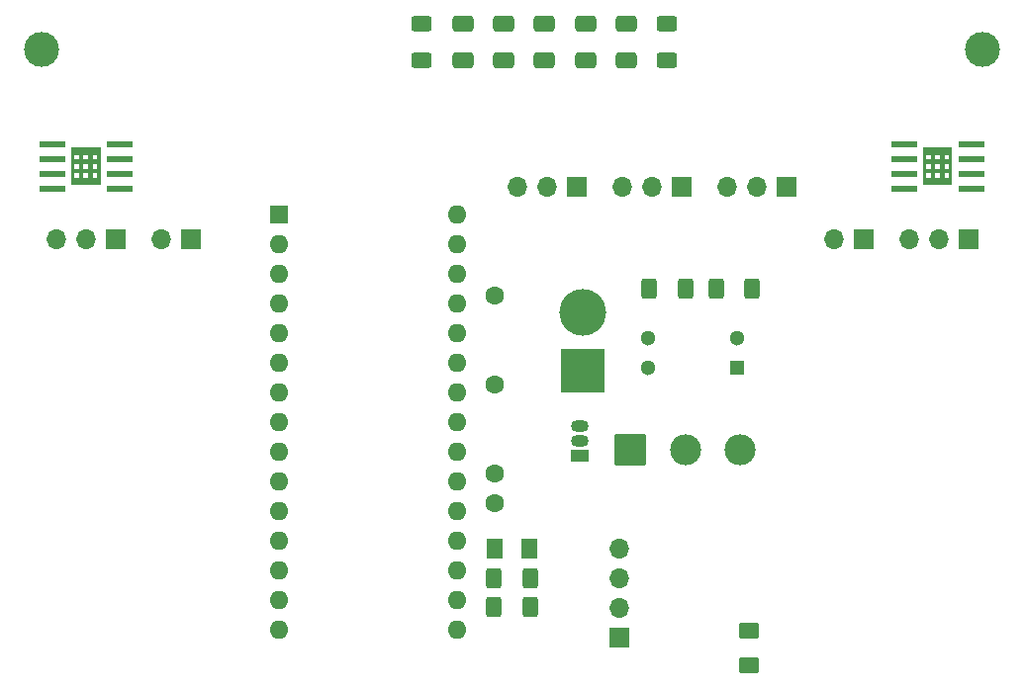
<source format=gts>
G04 #@! TF.GenerationSoftware,KiCad,Pcbnew,8.0.3*
G04 #@! TF.CreationDate,2025-05-14T17:26:27-04:00*
G04 #@! TF.ProjectId,ballsi,62616c6c-7369-42e6-9b69-6361645f7063,rev?*
G04 #@! TF.SameCoordinates,Original*
G04 #@! TF.FileFunction,Soldermask,Top*
G04 #@! TF.FilePolarity,Negative*
%FSLAX46Y46*%
G04 Gerber Fmt 4.6, Leading zero omitted, Abs format (unit mm)*
G04 Created by KiCad (PCBNEW 8.0.3) date 2025-05-14 17:26:27*
%MOMM*%
%LPD*%
G01*
G04 APERTURE LIST*
G04 Aperture macros list*
%AMRoundRect*
0 Rectangle with rounded corners*
0 $1 Rounding radius*
0 $2 $3 $4 $5 $6 $7 $8 $9 X,Y pos of 4 corners*
0 Add a 4 corners polygon primitive as box body*
4,1,4,$2,$3,$4,$5,$6,$7,$8,$9,$2,$3,0*
0 Add four circle primitives for the rounded corners*
1,1,$1+$1,$2,$3*
1,1,$1+$1,$4,$5*
1,1,$1+$1,$6,$7*
1,1,$1+$1,$8,$9*
0 Add four rect primitives between the rounded corners*
20,1,$1+$1,$2,$3,$4,$5,0*
20,1,$1+$1,$4,$5,$6,$7,0*
20,1,$1+$1,$6,$7,$8,$9,0*
20,1,$1+$1,$8,$9,$2,$3,0*%
G04 Aperture macros list end*
%ADD10C,0.000000*%
%ADD11O,1.700000X1.700000*%
%ADD12R,1.700000X1.700000*%
%ADD13C,3.000000*%
%ADD14RoundRect,0.250000X0.400000X0.625000X-0.400000X0.625000X-0.400000X-0.625000X0.400000X-0.625000X0*%
%ADD15R,1.500000X1.050000*%
%ADD16O,1.500000X1.050000*%
%ADD17RoundRect,0.250001X-0.462499X-0.624999X0.462499X-0.624999X0.462499X0.624999X-0.462499X0.624999X0*%
%ADD18RoundRect,0.250000X0.625000X-0.400000X0.625000X0.400000X-0.625000X0.400000X-0.625000X-0.400000X0*%
%ADD19RoundRect,0.250001X0.624999X-0.462499X0.624999X0.462499X-0.624999X0.462499X-0.624999X-0.462499X0*%
%ADD20C,4.000000*%
%ADD21R,3.800000X3.800000*%
%ADD22RoundRect,0.250000X0.650000X-0.412500X0.650000X0.412500X-0.650000X0.412500X-0.650000X-0.412500X0*%
%ADD23R,2.209800X0.508000*%
%ADD24C,2.654000*%
%ADD25RoundRect,0.102000X1.225000X-1.225000X1.225000X1.225000X-1.225000X1.225000X-1.225000X-1.225000X0*%
%ADD26R,1.600000X1.600000*%
%ADD27O,1.600000X1.600000*%
%ADD28C,1.300000*%
%ADD29R,1.300000X1.300000*%
%ADD30C,1.600200*%
G04 APERTURE END LIST*
D10*
G36*
X160257300Y-66362900D02*
G01*
X159987400Y-66362900D01*
X159987400Y-63137100D01*
X160257300Y-63137100D01*
X160257300Y-66362900D01*
G37*
G36*
X159587400Y-66362900D02*
G01*
X159200000Y-66362900D01*
X159200000Y-63137100D01*
X159587400Y-63137100D01*
X159587400Y-66362900D01*
G37*
G36*
X158800000Y-66362900D02*
G01*
X158412600Y-66362900D01*
X158412600Y-63137100D01*
X158800000Y-63137100D01*
X158800000Y-66362900D01*
G37*
G36*
X160257300Y-66362900D02*
G01*
X157742700Y-66362900D01*
X157742700Y-65737400D01*
X160257300Y-65737400D01*
X160257300Y-66362900D01*
G37*
G36*
X160257300Y-65337400D02*
G01*
X157742700Y-65337400D01*
X157742700Y-64950000D01*
X160257300Y-64950000D01*
X160257300Y-65337400D01*
G37*
G36*
X160257300Y-64550000D02*
G01*
X157742700Y-64550000D01*
X157742700Y-64162600D01*
X160257300Y-64162600D01*
X160257300Y-64550000D01*
G37*
G36*
X160257300Y-63762600D02*
G01*
X157742700Y-63762600D01*
X157742700Y-63137100D01*
X160257300Y-63137100D01*
X160257300Y-63762600D01*
G37*
G36*
X158012600Y-66362900D02*
G01*
X157742700Y-66362900D01*
X157742700Y-63137100D01*
X158012600Y-63137100D01*
X158012600Y-66362900D01*
G37*
G36*
X230907000Y-66362900D02*
G01*
X230637100Y-66362900D01*
X230637100Y-63137100D01*
X230907000Y-63137100D01*
X230907000Y-66362900D01*
G37*
G36*
X233151700Y-63762600D02*
G01*
X230637100Y-63762600D01*
X230637100Y-63137100D01*
X233151700Y-63137100D01*
X233151700Y-63762600D01*
G37*
G36*
X233151700Y-64550000D02*
G01*
X230637100Y-64550000D01*
X230637100Y-64162600D01*
X233151700Y-64162600D01*
X233151700Y-64550000D01*
G37*
G36*
X233151700Y-65337400D02*
G01*
X230637100Y-65337400D01*
X230637100Y-64950000D01*
X233151700Y-64950000D01*
X233151700Y-65337400D01*
G37*
G36*
X233151700Y-66362900D02*
G01*
X230637100Y-66362900D01*
X230637100Y-65737400D01*
X233151700Y-65737400D01*
X233151700Y-66362900D01*
G37*
G36*
X231694400Y-66362900D02*
G01*
X231307000Y-66362900D01*
X231307000Y-63137100D01*
X231694400Y-63137100D01*
X231694400Y-66362900D01*
G37*
G36*
X232481800Y-66362900D02*
G01*
X232094400Y-66362900D01*
X232094400Y-63137100D01*
X232481800Y-63137100D01*
X232481800Y-66362900D01*
G37*
G36*
X233151700Y-66362900D02*
G01*
X232881800Y-66362900D01*
X232881800Y-63137100D01*
X233151700Y-63137100D01*
X233151700Y-66362900D01*
G37*
D11*
X229445000Y-71025000D03*
X231985000Y-71025000D03*
D12*
X234525000Y-71025000D03*
D11*
X223000000Y-71000000D03*
D12*
X225540000Y-71000000D03*
D11*
X165500000Y-71000000D03*
D12*
X168040000Y-71000000D03*
D11*
X156500000Y-71000000D03*
X159040000Y-71000000D03*
D12*
X161580000Y-71000000D03*
D13*
X235750000Y-54750000D03*
X155250000Y-54750000D03*
D14*
X197050000Y-100000000D03*
X193950000Y-100000000D03*
X197050000Y-102500000D03*
X193950000Y-102500000D03*
D15*
X201250000Y-89540000D03*
D16*
X201250000Y-88270000D03*
X201250000Y-87000000D03*
D17*
X194012500Y-97500000D03*
X196987500Y-97500000D03*
D14*
X216050000Y-75250000D03*
X212950000Y-75250000D03*
D18*
X187750000Y-52575000D03*
X187750000Y-55675000D03*
D14*
X207200000Y-75250000D03*
X210300000Y-75250000D03*
D11*
X204670000Y-97460000D03*
X204670000Y-100000000D03*
X204670000Y-102540000D03*
D12*
X204670000Y-105080000D03*
D19*
X215750000Y-104512500D03*
X215750000Y-107487500D03*
D20*
X201500000Y-77250000D03*
D21*
X201500000Y-82250000D03*
D22*
X205250000Y-52562500D03*
X205250000Y-55687500D03*
D18*
X208750000Y-55675000D03*
X208750000Y-52575000D03*
D11*
X204920000Y-66500000D03*
X207460000Y-66500000D03*
D12*
X210000000Y-66500000D03*
D23*
X161875001Y-62845000D03*
X161875001Y-64115000D03*
X161875001Y-65385000D03*
X161875001Y-66655000D03*
X156124999Y-66655000D03*
X156124999Y-65385000D03*
X156124999Y-64115000D03*
X156124999Y-62845000D03*
D24*
X215000000Y-89000000D03*
X210300000Y-89000000D03*
D25*
X205600000Y-89000000D03*
D11*
X213920000Y-66500000D03*
X216460000Y-66500000D03*
D12*
X219000000Y-66500000D03*
D26*
X175500000Y-68880000D03*
D27*
X175500000Y-71420000D03*
X175500000Y-73960000D03*
X175500000Y-76500000D03*
X175500000Y-79040000D03*
X175500000Y-81580000D03*
X175500000Y-84120000D03*
X175500000Y-86660000D03*
X175500000Y-89200000D03*
X175500000Y-91740000D03*
X175500000Y-94280000D03*
X175500000Y-96820000D03*
X175500000Y-99360000D03*
X175500000Y-101900000D03*
X175500000Y-104440000D03*
X190740000Y-104440000D03*
X190740000Y-101900000D03*
X190740000Y-99360000D03*
X190740000Y-96820000D03*
X190740000Y-94280000D03*
X190740000Y-91740000D03*
X190740000Y-89200000D03*
X190740000Y-86660000D03*
X190740000Y-84120000D03*
X190740000Y-81580000D03*
X190740000Y-79040000D03*
X190740000Y-76500000D03*
X190740000Y-73960000D03*
X190740000Y-71420000D03*
X190740000Y-68880000D03*
D22*
X198250000Y-52562500D03*
X198250000Y-55687500D03*
D23*
X234769401Y-62845000D03*
X234769401Y-64115000D03*
X234769401Y-65385000D03*
X234769401Y-66655000D03*
X229019399Y-66655000D03*
X229019399Y-65385000D03*
X229019399Y-64115000D03*
X229019399Y-62845000D03*
D22*
X191250000Y-52562500D03*
X191250000Y-55687500D03*
D28*
X207100000Y-82040000D03*
X207100000Y-79500000D03*
X214720000Y-79500000D03*
D29*
X214720000Y-82040000D03*
D11*
X195905000Y-66525000D03*
X198445000Y-66525000D03*
D12*
X200985000Y-66525000D03*
D22*
X194750000Y-52562500D03*
X194750000Y-55687500D03*
D30*
X194000000Y-75835001D03*
X194000000Y-83455001D03*
X194000000Y-91075001D03*
X194000000Y-93615001D03*
D22*
X201750000Y-52562500D03*
X201750000Y-55687500D03*
M02*

</source>
